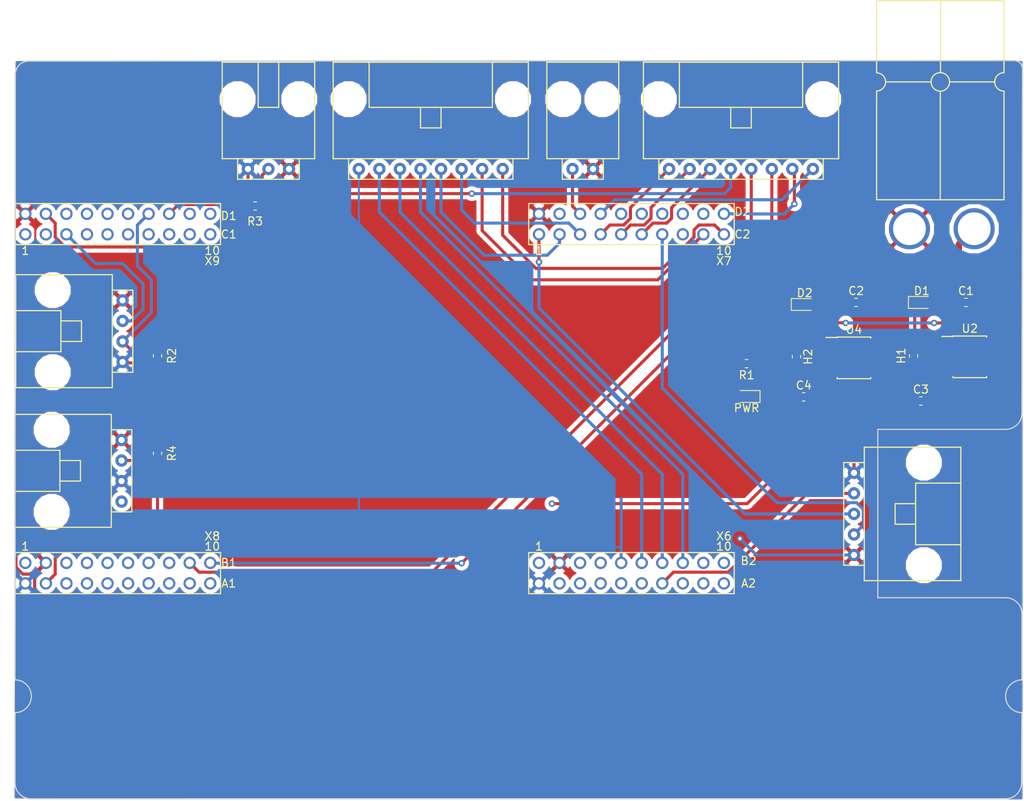
<source format=kicad_pcb>
(kicad_pcb (version 20171130) (host pcbnew "(5.0.0)")
  (layers (0 F.Cu signal) (31 B.Cu signal) (34 B.Paste user) (35 F.Paste user) (36 B.SilkS user) (37 F.SilkS user) (38 B.Mask user) (39 F.Mask user) (44 Edge.Cuts user))
  (net 0 "")
  (net 1 GND)
  (net 2 +5V)
  (net 3 +3V3)
  (net 4 Soil_Data)
  (net 5 Soil_Sck)
  (net 6 Atm_Dout)
  (net 7 Methane_Vout)
  (net 8 "Net-(PWR1-Pad2)")
  (net 9 "Net-(U1-PadPE1)")
  (net 10 "Net-(U1-PadPE2)")
  (net 11 "Net-(U1-PadPE3)")
  (net 12 "Net-(U1-PadPD7)")
  (net 13 "Net-(U1-PadPA6)")
  (net 14 "Net-(U1-PadPC4)")
  (net 15 "Net-(U1-PadPC5)")
  (net 16 "Net-(U1-PadPC6)")
  (net 17 "Net-(U1-PadPE5)")
  (net 18 "Net-(U1-PadPD3)")
  (net 19 "Net-(U1-PadPC7)")
  (net 20 "Net-(U1-PadPB2)")
  (net 21 "Net-(U1-PadPB3)")
  (net 22 "Net-(U1-PadPF1)")
  (net 23 "Net-(U1-PadPF2)")
  (net 24 "Net-(U1-PadPG0)")
  (net 25 "Net-(U1-PadPL4)")
  (net 26 "Net-(U1-PadPL5)")
  (net 27 "Net-(U1-PadPL0)")
  (net 28 "Net-(U1-PadPL1)")
  (net 29 "Net-(U1-PadPL2)")
  (net 30 "Net-(U1-PadPL3)")
  (net 31 "Net-(U1-PadPH2)")
  (net 32 "Net-(U1-PadPH3)")
  (net 33 "Net-(U1-PadRese)")
  (net 34 "Net-(U1-PadPD1)")
  (net 35 "Net-(U1-PadPN3)")
  (net 36 "Net-(U1-PadPP2)")
  (net 37 Master_CLOCK)
  (net 38 ICG)
  (net 39 Shift_Gate)
  (net 40 TOGGLE)
  (net 41 CS)
  (net 42 SDATA)
  (net 43 SCLK)
  (net 44 "Net-(U1-PadPP3)")
  (net 45 "Net-(U1-PadPA4)")
  (net 46 "Net-(U1-PadPN5)")
  (net 47 "Net-(U1-PadPB4)")
  (net 48 "Net-(U1-PadPB5)")
  (net 49 "Net-(U1-PadPA5)")
  (net 50 "Net-(U1-PadPD2)")
  (net 51 "Net-(U1-PadPP1)")
  (net 52 "Net-(U1-PadPD4)")
  (net 53 "Net-(U1-PadPD5)")
  (net 54 "Net-(U1-PadPP4)")
  (net 55 "Net-(U1-PadPN4)")
  (net 56 "Net-(U1-PadPH1)")
  (net 57 "Net-(U1-PadPM7)")
  (net 58 "Net-(U1-PadPE0)")
  (net 59 "Net-(C1-Pad1)")
  (net 60 "Net-(D1-Pad1)")
  (net 61 "Net-(D2-Pad1)")
  (net 62 Bit14)
  (net 63 Bit13)
  (net 64 Bit12)
  (net 65 Bit11)
  (net 66 Bit10)
  (net 67 Bit9)
  (net 68 Bit8)
  (net 69 Bit7)
  (net 70 Bit0)
  (net 71 Bit1)
  (net 72 Bit2)
  (net 73 Bit3)
  (net 74 Bit4)
  (net 75 Bit5)
  (net 76 Bit6)
  (net 77 AnalogIn)
  (net 78 "Net-(U1-PadPP0)")
  (net 79 "Net-(U1-Pad+5V)")
  (module MRDT_Connectors:MOLEX_SL_08_Horizontal (layer F.Cu) (at 137.668 58.42)
    (fp_text reference Conn7 hide)
    (fp_text value Molex_SL_08)
    (pad 8 thru_hole circle (at 8.89 0) (size 1.524 1.524) (drill 0.762) (layers *.Cu *.Mask) (net 62 Bit14))
    (pad 7 thru_hole circle (at 6.35 0) (size 1.524 1.524) (drill 0.762) (layers *.Cu *.Mask) (net 63 Bit13))
    (pad 6 thru_hole circle (at 3.81 0) (size 1.524 1.524) (drill 0.762) (layers *.Cu *.Mask) (net 64 Bit12))
    (pad "" np_thru_hole circle (at 10.16 -8.636) (size 3.45 3.45) (drill 3.45) (layers *.Cu *.Mask))
    (pad "" np_thru_hole circle (at -10.16 -8.636) (size 3.45 3.45) (drill 3.45) (layers *.Cu *.Mask))
    (pad 5 thru_hole circle (at 1.27 0) (size 1.524 1.524) (drill 0.762) (layers *.Cu *.Mask) (net 65 Bit11))
    (pad 4 thru_hole circle (at -1.27 0) (size 1.524 1.524) (drill 0.762) (layers *.Cu *.Mask) (net 66 Bit10))
    (pad 3 thru_hole circle (at -3.81 0) (size 1.524 1.524) (drill 0.762) (layers *.Cu *.Mask) (net 67 Bit9))
    (pad 2 thru_hole circle (at -6.35 0) (size 1.524 1.524) (drill 0.762) (layers *.Cu *.Mask) (net 68 Bit8))
    (pad 1 thru_hole circle (at -8.89 0) (size 1.524 1.524) (drill 0.762) (layers *.Cu *.Mask) (net 69 Bit7))
  )
  (module MRDT_Connectors:MOLEX_SL_08_Horizontal (layer F.Cu) (at 176.022 58.42)
    (fp_text reference Conn8 hide)
    (fp_text value Molex_SL_08)
    (pad 1 thru_hole circle (at -8.89 0) (size 1.524 1.524) (drill 0.762) (layers *.Cu *.Mask) (net 70 Bit0))
    (pad 2 thru_hole circle (at -6.35 0) (size 1.524 1.524) (drill 0.762) (layers *.Cu *.Mask) (net 71 Bit1))
    (pad 3 thru_hole circle (at -3.81 0) (size 1.524 1.524) (drill 0.762) (layers *.Cu *.Mask) (net 72 Bit2))
    (pad 4 thru_hole circle (at -1.27 0) (size 1.524 1.524) (drill 0.762) (layers *.Cu *.Mask) (net 73 Bit3))
    (pad 5 thru_hole circle (at 1.27 0) (size 1.524 1.524) (drill 0.762) (layers *.Cu *.Mask) (net 74 Bit4))
    (pad "" np_thru_hole circle (at -10.16 -8.636) (size 3.45 3.45) (drill 3.45) (layers *.Cu *.Mask))
    (pad "" np_thru_hole circle (at 10.16 -8.636) (size 3.45 3.45) (drill 3.45) (layers *.Cu *.Mask))
    (pad 6 thru_hole circle (at 3.81 0) (size 1.524 1.524) (drill 0.762) (layers *.Cu *.Mask) (net 75 Bit5))
    (pad 7 thru_hole circle (at 6.35 0) (size 1.524 1.524) (drill 0.762) (layers *.Cu *.Mask) (net 76 Bit6))
    (pad 8 thru_hole circle (at 8.89 0) (size 1.524 1.524) (drill 0.762) (layers *.Cu *.Mask) (net 77 AnalogIn))
  )
  (module Resistor_SMD:R_0603_1608Metric_Pad1.05x0.95mm_HandSolder (layer F.Cu) (at 103.886 93.599 90)
    (fp_text reference R4 (at 0 1.778 90) (layer F.SilkS))
    (fp_text value 22K)
    (pad 1 smd roundrect (at -0.875 0 90) (size 1.05 0.95) (layers F.Cu F.Paste F.Mask) (net 7 Methane_Vout))
    (pad 2 smd roundrect (at 0.875 0 90) (size 1.05 0.95) (layers F.Cu F.Paste F.Mask) (net 1 GND))
  )
  (module Resistor_SMD:R_0603_1608Metric_Pad1.05x0.95mm_HandSolder (layer F.Cu) (at 103.886 81.534 90)
    (fp_text reference R2 (at 0 1.778 90) (layer F.SilkS))
    (fp_text value 10K)
    (pad 2 smd roundrect (at 0.875 0 90) (size 1.05 0.95) (layers F.Cu F.Paste F.Mask) (net 4 Soil_Data))
    (pad 1 smd roundrect (at -0.875 0 90) (size 1.05 0.95) (layers F.Cu F.Paste F.Mask) (net 3 +3V3))
  )
  (module Resistor_SMD:R_0603_1608Metric_Pad1.05x0.95mm_HandSolder (layer F.Cu) (at 176.716958 82.497263 180)
    (fp_text reference R1 (at 0 -1.43 180) (layer F.SilkS))
    (fp_text value 500)
    (pad 2 smd roundrect (at 0.875 0 180) (size 1.05 0.95) (layers F.Cu F.Paste F.Mask) (net 8 "Net-(PWR1-Pad2)"))
    (pad 1 smd roundrect (at -0.875 0 180) (size 1.05 0.95) (layers F.Cu F.Paste F.Mask) (net 2 +5V))
  )
  (module MRDT_Connectors:MOLEX_SL_04_Horizontal (layer F.Cu) (at 99.568 78.486 90)
    (fp_text reference Conn2 hide)
    (fp_text value "Soil Temp/Moist")
    (pad 1 thru_hole circle (at -3.81 0 90) (size 1.524 1.524) (drill 0.762) (layers *.Cu *.Mask) (net 3 +3V3))
    (pad 2 thru_hole circle (at -1.27 0 90) (size 1.524 1.524) (drill 0.762) (layers *.Cu *.Mask) (net 4 Soil_Data))
    (pad 3 thru_hole circle (at 1.27 0 90) (size 1.524 1.524) (drill 0.762) (layers *.Cu *.Mask) (net 5 Soil_Sck))
    (pad 4 thru_hole circle (at 3.81 0 90) (size 1.524 1.524) (drill 0.762) (layers *.Cu *.Mask) (net 1 GND))
    (pad "" np_thru_hole circle (at -5.08 -8.636 90) (size 3.45 3.45) (drill 3.45) (layers *.Cu *.Mask))
    (pad "" np_thru_hole circle (at 5.08 -8.636 90) (size 3.45 3.45) (drill 3.45) (layers *.Cu *.Mask))
  )
  (module MRDT_Connectors:Anderson_2_Horisontal_Side_by_Side (layer F.Cu) (at 192.786 62.23 270)
    (fp_text reference Conn1 hide)
    (fp_text value AndersonPP)
    (pad 1 thru_hole circle (at 3.5814 -4.063 270) (size 5.08 5.08) (drill 4.06) (layers *.Cu *.Mask F.Paste) (net 1 GND))
    (pad 2 thru_hole circle (at 3.5814 -12.064 270) (size 5.08 5.08) (drill 4.06) (layers *.Cu *.Mask F.Paste) (net 59 "Net-(C1-Pad1)"))
  )
  (module MRDT_Connectors:MOLEX_SL_03_Horizontal (layer F.Cu) (at 117.602 58.42)
    (fp_text reference Conn3 hide)
    (fp_text value "Air Temp/Humid")
    (pad 1 thru_hole circle (at -2.54 0) (size 1.524 1.524) (drill 0.762) (layers *.Cu *.Mask) (net 3 +3V3))
    (pad 2 thru_hole circle (at 0 0) (size 1.524 1.524) (drill 0.762) (layers *.Cu *.Mask) (net 6 Atm_Dout))
    (pad 3 thru_hole circle (at 2.54 0) (size 1.524 1.524) (drill 0.762) (layers *.Cu *.Mask) (net 1 GND))
    (pad "" np_thru_hole circle (at -3.81 -8.636) (size 3.45 3.45) (drill 3.45) (layers *.Cu *.Mask))
    (pad "" np_thru_hole circle (at 3.81 -8.636) (size 3.45 3.45) (drill 3.45) (layers *.Cu *.Mask))
  )
  (module MRDT_Connectors:MOLEX_SL_04_Horizontal (layer F.Cu) (at 99.441 95.758 90)
    (fp_text reference Conn4 hide)
    (fp_text value Methane_Sensor)
    (pad "" np_thru_hole circle (at 5.08 -8.636 90) (size 3.45 3.45) (drill 3.45) (layers *.Cu *.Mask))
    (pad "" np_thru_hole circle (at -5.08 -8.636 90) (size 3.45 3.45) (drill 3.45) (layers *.Cu *.Mask))
    (pad 4 thru_hole circle (at 3.81 0 90) (size 1.524 1.524) (drill 0.762) (layers *.Cu *.Mask) (net 1 GND))
    (pad 3 thru_hole circle (at 1.27 0 90) (size 1.524 1.524) (drill 0.762) (layers *.Cu *.Mask) (net 7 Methane_Vout))
    (pad 2 thru_hole circle (at -1.27 0 90) (size 1.524 1.524) (drill 0.762) (layers *.Cu *.Mask) (net 3 +3V3))
    (pad 1 thru_hole circle (at -3.81 0 90) (size 1.524 1.524) (drill 0.762) (layers *.Cu *.Mask) (net 2 +5V))
  )
  (module MRDT_Connectors:MOLEX_SL_05_Horizontal (layer F.Cu) (at 189.992 101.092 270)
    (fp_text reference Conn5 hide)
    (fp_text value Molex_SL_05)
    (pad 1 thru_hole circle (at -5.08 0 270) (size 1.524 1.524) (drill 0.762) (layers *.Cu *.Mask) (net 3 +3V3))
    (pad 2 thru_hole circle (at -2.54 0 270) (size 1.524 1.524) (drill 0.762) (layers *.Cu *.Mask) (net 37 Master_CLOCK))
    (pad 3 thru_hole circle (at 0 0 270) (size 1.524 1.524) (drill 0.762) (layers *.Cu *.Mask) (net 38 ICG))
    (pad 4 thru_hole circle (at 2.54 0 270) (size 1.524 1.524) (drill 0.762) (layers *.Cu *.Mask) (net 39 Shift_Gate))
    (pad 5 thru_hole circle (at 5.08 0 270) (size 1.524 1.524) (drill 0.762) (layers *.Cu *.Mask) (net 1 GND))
    (pad "" np_thru_hole circle (at -6.35 -8.636 270) (size 3.45 3.45) (drill 3.45) (layers *.Cu *.Mask))
    (pad "" np_thru_hole circle (at 6.35 -8.636 270) (size 3.45 3.45) (drill 3.45) (layers *.Cu *.Mask))
  )
  (module MRDT_Connectors:MOLEX_SL_02_Horizontal (layer F.Cu) (at 156.464 58.42)
    (fp_text reference Conn6 hide)
    (fp_text value UV_LED)
    (pad "" np_thru_hole circle (at -2.415 -8.64) (size 3.45 3.45) (drill 3.45) (layers *.Cu *.Mask))
    (pad 1 thru_hole circle (at -1.27 0) (size 1.524 1.524) (drill 0.762) (layers *.Cu *.Mask) (net 40 TOGGLE))
    (pad 2 thru_hole circle (at 1.27 0) (size 1.524 1.524) (drill 0.762) (layers *.Cu *.Mask) (net 1 GND))
    (pad "" np_thru_hole circle (at 2.413 -8.636) (size 3.45 3.45) (drill 3.45) (layers *.Cu *.Mask))
  )
  (module Diode_SMD:D_0603_1608Metric_Pad1.05x0.95mm_HandSolder (layer F.Cu) (at 198.374 74.93)
    (fp_text reference D1 (at 0 -1.43) (layer F.SilkS))
    (fp_text value D_Schottky)
    (pad 2 smd roundrect (at 0.875 0) (size 1.05 0.95) (layers F.Cu F.Paste F.Mask) (net 1 GND))
    (pad 1 smd roundrect (at -0.875 0) (size 1.05 0.95) (layers F.Cu F.Paste F.Mask) (net 60 "Net-(D1-Pad1)"))
  )
  (module Diode_SMD:D_0603_1608Metric_Pad1.05x0.95mm_HandSolder (layer F.Cu) (at 183.896 75.184)
    (fp_text reference D2 (at 0 -1.43) (layer F.SilkS))
    (fp_text value D_Schottky)
    (pad 1 smd roundrect (at -0.875 0) (size 1.05 0.95) (layers F.Cu F.Paste F.Mask) (net 61 "Net-(D2-Pad1)"))
    (pad 2 smd roundrect (at 0.875 0) (size 1.05 0.95) (layers F.Cu F.Paste F.Mask) (net 1 GND))
  )
  (module Inductor_SMD:L_0603_1608Metric_Pad1.05x0.95mm_HandSolder (layer F.Cu) (at 197.358 81.534 270)
    (fp_text reference H1 (at 0 1.524 270) (layer F.SilkS))
    (fp_text value 47u)
    (pad 1 smd roundrect (at -0.875 0 270) (size 1.05 0.95) (layers F.Cu F.Paste F.Mask) (net 60 "Net-(D1-Pad1)"))
    (pad 2 smd roundrect (at 0.875 0 270) (size 1.05 0.95) (layers F.Cu F.Paste F.Mask) (net 3 +3V3))
  )
  (module Inductor_SMD:L_0603_1608Metric_Pad1.05x0.95mm_HandSolder (layer F.Cu) (at 182.88 81.647 270)
    (fp_text reference H2 (at 0 -1.43 270) (layer F.SilkS))
    (fp_text value 47u)
    (pad 2 smd roundrect (at 0.875 0 270) (size 1.05 0.95) (layers F.Cu F.Paste F.Mask) (net 2 +5V))
    (pad 1 smd roundrect (at -0.875 0 270) (size 1.05 0.95) (layers F.Cu F.Paste F.Mask) (net 61 "Net-(D2-Pad1)"))
  )
  (module Diode_SMD:D_0603_1608Metric_Pad1.05x0.95mm_HandSolder (layer F.Cu) (at 176.716958 86.561263 180)
    (fp_text reference PWR (at 0 -1.43 180) (layer F.SilkS))
    (fp_text value LED)
    (pad 1 smd roundrect (at -0.875 0 180) (size 1.05 0.95) (layers F.Cu F.Paste F.Mask) (net 1 GND))
    (pad 2 smd roundrect (at 0.875 0 180) (size 1.05 0.95) (layers F.Cu F.Paste F.Mask) (net 8 "Net-(PWR1-Pad2)"))
  )
  (module Resistor_SMD:R_0603_1608Metric_Pad1.05x0.95mm_HandSolder (layer F.Cu) (at 115.951 62.992)
    (fp_text reference R3 (at 0 1.905) (layer F.SilkS))
    (fp_text value 10K)
    (pad 1 smd roundrect (at -0.875 0) (size 1.05 0.95) (layers F.Cu F.Paste F.Mask) (net 3 +3V3))
    (pad 2 smd roundrect (at 0.875 0) (size 1.05 0.95) (layers F.Cu F.Paste F.Mask) (net 6 Atm_Dout))
  )
  (module MRDT_Shields:TM4C129E_Launchpad_FULL (layer F.Cu) (at 86.279001 110.955001)
    (fp_text reference U1 hide)
    (fp_text value "Tive Header" hide)
    (fp_text user 1 (at 1.27 -42.418 180) (layer F.SilkS))
    (fp_text user 10 (at 24.384 -42.418 180) (layer F.SilkS))
    (fp_text user 1 (at 1.27 -5.842 180) (layer F.SilkS))
    (fp_text user 10 (at 24.384 -5.842 180) (layer F.SilkS))
    (fp_text user 1 (at 64.77 -42.418 180) (layer F.SilkS))
    (fp_text user 10 (at 87.63 -42.418 180) (layer F.SilkS))
    (fp_text user 10 (at 87.63 -5.842 180) (layer F.SilkS))
    (fp_text user 1 (at 64.77 -5.842 180) (layer F.SilkS))
    (fp_text user X9 (at 24.384 -41.148 180) (layer F.SilkS))
    (fp_text user X8 (at 24.384 -7.112 180) (layer F.SilkS))
    (fp_text user X7 (at 87.63 -41.148 180) (layer F.SilkS))
    (fp_text user X6 (at 87.63 -7.112) (layer F.SilkS))
    (fp_text user C1 (at 26.416 -44.45 180) (layer F.SilkS))
    (fp_text user D1 (at 26.416 -46.736 180) (layer F.SilkS))
    (fp_text user C2 (at 89.916 -44.45 180) (layer F.SilkS))
    (fp_text user D2 (at 89.916 -47.244) (layer F.SilkS))
    (fp_text user B1 (at 26.416 -3.81 180) (layer F.SilkS))
    (fp_text user A1 (at 26.416 -1.27 180) (layer F.SilkS))
    (fp_text user B2 (at 90.678 -4.064 180) (layer F.SilkS))
    (fp_text user A2 (at 90.678 -1.27 180) (layer F.SilkS))
    (pad +3V3 thru_hole circle (at 64.77 -1.27 180) (size 1.52 1.52) (drill 1) (layers *.Cu *.Mask F.Paste) (net 3 +3V3))
    (pad PM6 thru_hole circle (at 87.63 -46.99 180) (size 1.52 1.52) (drill 1) (layers *.Cu *.Mask F.Paste) (net 76 Bit6))
    (pad PQ1 thru_hole circle (at 85.09 -46.99 180) (size 1.52 1.52) (drill 1) (layers *.Cu *.Mask F.Paste) (net 41 CS))
    (pad PQ2 thru_hole circle (at 77.47 -46.99 180) (size 1.52 1.52) (drill 1) (layers *.Cu *.Mask F.Paste) (net 42 SDATA))
    (pad PK0 thru_hole circle (at 74.93 -3.81 180) (size 1.52 1.52) (drill 1) (layers *.Cu *.Mask F.Paste) (net 69 Bit7))
    (pad PQ3 thru_hole circle (at 80.01 -46.99 180) (size 1.52 1.52) (drill 1) (layers *.Cu *.Mask F.Paste) (net 43 SCLK))
    (pad PP3 thru_hole circle (at 82.55 -46.99 180) (size 1.52 1.52) (drill 1) (layers *.Cu *.Mask F.Paste) (net 44 "Net-(U1-PadPP3)"))
    (pad PQ0 thru_hole circle (at 80.01 -1.27 180) (size 1.52 1.52) (drill 1) (layers *.Cu *.Mask F.Paste) (net 37 Master_CLOCK))
    (pad PA4 thru_hole circle (at 85.09 -3.81 180) (size 1.52 1.52) (drill 1) (layers *.Cu *.Mask F.Paste) (net 45 "Net-(U1-PadPA4)"))
    (pad Rese thru_hole circle (at 74.93 -46.99 180) (size 1.52 1.52) (drill 1) (layers *.Cu *.Mask F.Paste) (net 33 "Net-(U1-PadRese)"))
    (pad PA7 thru_hole circle (at 72.39 -46.99 180) (size 1.52 1.52) (drill 1) (layers *.Cu *.Mask F.Paste) (net 77 AnalogIn))
    (pad PN5 thru_hole circle (at 85.09 -1.27 180) (size 1.52 1.52) (drill 1) (layers *.Cu *.Mask F.Paste) (net 46 "Net-(U1-PadPN5)"))
    (pad PK2 thru_hole circle (at 80.01 -3.81 180) (size 1.52 1.52) (drill 1) (layers *.Cu *.Mask F.Paste) (net 67 Bit9))
    (pad PK1 thru_hole circle (at 77.47 -3.81 180) (size 1.52 1.52) (drill 1) (layers *.Cu *.Mask F.Paste) (net 68 Bit8))
    (pad +5V thru_hole circle (at 64.77 -3.81 180) (size 1.52 1.52) (drill 1) (layers *.Cu *.Mask F.Paste) (net 79 "Net-(U1-Pad+5V)"))
    (pad GND thru_hole circle (at 67.31 -3.81 180) (size 1.52 1.52) (drill 1) (layers *.Cu *.Mask F.Paste) (net 1 GND))
    (pad PB4 thru_hole circle (at 69.85 -3.81 180) (size 1.52 1.52) (drill 1) (layers *.Cu *.Mask F.Paste) (net 47 "Net-(U1-PadPB4)"))
    (pad PB5 thru_hole circle (at 72.39 -3.81 180) (size 1.52 1.52) (drill 1) (layers *.Cu *.Mask F.Paste) (net 48 "Net-(U1-PadPB5)"))
    (pad PK3 thru_hole circle (at 82.55 -3.81 180) (size 1.52 1.52) (drill 1) (layers *.Cu *.Mask F.Paste) (net 66 Bit10))
    (pad PA5 thru_hole circle (at 87.63 -3.81 180) (size 1.52 1.52) (drill 1) (layers *.Cu *.Mask F.Paste) (net 49 "Net-(U1-PadPA5)"))
    (pad PD2 thru_hole circle (at 67.31 -1.27 180) (size 1.52 1.52) (drill 1) (layers *.Cu *.Mask F.Paste) (net 50 "Net-(U1-PadPD2)"))
    (pad PP0 thru_hole circle (at 69.85 -1.27 180) (size 1.52 1.52) (drill 1) (layers *.Cu *.Mask F.Paste) (net 78 "Net-(U1-PadPP0)"))
    (pad PP1 thru_hole circle (at 72.39 -1.27 180) (size 1.52 1.52) (drill 1) (layers *.Cu *.Mask F.Paste) (net 51 "Net-(U1-PadPP1)"))
    (pad PD4 thru_hole circle (at 74.93 -1.27 180) (size 1.52 1.52) (drill 1) (layers *.Cu *.Mask F.Paste) (net 52 "Net-(U1-PadPD4)"))
    (pad PD5 thru_hole circle (at 77.47 -1.27 180) (size 1.52 1.52) (drill 1) (layers *.Cu *.Mask F.Paste) (net 53 "Net-(U1-PadPD5)"))
    (pad PP4 thru_hole circle (at 82.55 -1.27 180) (size 1.52 1.52) (drill 1) (layers *.Cu *.Mask F.Paste) (net 54 "Net-(U1-PadPP4)"))
    (pad PN4 thru_hole circle (at 87.63 -1.27 180) (size 1.52 1.52) (drill 1) (layers *.Cu *.Mask F.Paste) (net 55 "Net-(U1-PadPN4)"))
    (pad PG1 thru_hole circle (at 64.77 -44.45 180) (size 1.52 1.52) (drill 1) (layers *.Cu *.Mask F.Paste) (net 38 ICG))
    (pad PK4 thru_hole circle (at 67.31 -44.45 180) (size 1.52 1.52) (drill 1) (layers *.Cu *.Mask F.Paste) (net 65 Bit11))
    (pad PK5 thru_hole circle (at 69.85 -44.45 180) (size 1.52 1.52) (drill 1) (layers *.Cu *.Mask F.Paste) (net 64 Bit12))
    (pad PM0 thru_hole circle (at 72.39 -44.45 180) (size 1.52 1.52) (drill 1) (layers *.Cu *.Mask F.Paste) (net 70 Bit0))
    (pad PM1 thru_hole circle (at 74.93 -44.45 180) (size 1.52 1.52) (drill 1) (layers *.Cu *.Mask F.Paste) (net 71 Bit1))
    (pad PM2 thru_hole circle (at 77.47 -44.45 180) (size 1.52 1.52) (drill 1) (layers *.Cu *.Mask F.Paste) (net 72 Bit2))
    (pad PH0 thru_hole circle (at 80.01 -44.45 180) (size 1.52 1.52) (drill 1) (layers *.Cu *.Mask F.Paste) (net 39 Shift_Gate))
    (pad PH1 thru_hole circle (at 82.55 -44.45 180) (size 1.52 1.52) (drill 1) (layers *.Cu *.Mask F.Paste) (net 56 "Net-(U1-PadPH1)"))
    (pad PK6 thru_hole circle (at 85.09 -44.45 180) (size 1.52 1.52) (drill 1) (layers *.Cu *.Mask F.Paste) (net 63 Bit13))
    (pad PK7 thru_hole circle (at 87.63 -44.45 180) (size 1.52 1.52) (drill 1) (layers *.Cu *.Mask F.Paste) (net 62 Bit14))
    (pad GND thru_hole circle (at 64.77 -46.99 180) (size 1.52 1.52) (drill 1) (layers *.Cu *.Mask F.Paste) (net 1 GND))
    (pad PM7 thru_hole circle (at 67.31 -46.99 180) (size 1.52 1.52) (drill 1) (layers *.Cu *.Mask F.Paste) (net 57 "Net-(U1-PadPM7)"))
    (pad PP5 thru_hole circle (at 69.85 -46.99 180) (size 1.52 1.52) (drill 1) (layers *.Cu *.Mask F.Paste) (net 40 TOGGLE))
    (pad +5V thru_hole circle (at 1.27 -3.81 180) (size 1.52 1.52) (drill 1) (layers *.Cu *.Mask F.Paste) (net 79 "Net-(U1-Pad+5V)"))
    (pad GND thru_hole circle (at 3.81 -3.81 180) (size 1.52 1.52) (drill 1) (layers *.Cu *.Mask F.Paste) (net 1 GND))
    (pad PE0 thru_hole circle (at 6.35 -3.81 180) (size 1.52 1.52) (drill 1) (layers *.Cu *.Mask F.Paste) (net 58 "Net-(U1-PadPE0)"))
    (pad PE1 thru_hole circle (at 8.89 -3.81 180) (size 1.52 1.52) (drill 1) (layers *.Cu *.Mask F.Paste) (net 9 "Net-(U1-PadPE1)"))
    (pad PE2 thru_hole circle (at 11.43 -3.81 180) (size 1.52 1.52) (drill 1) (layers *.Cu *.Mask F.Paste) (net 10 "Net-(U1-PadPE2)"))
    (pad PE3 thru_hole circle (at 13.97 -3.81 180) (size 1.52 1.52) (drill 1) (layers *.Cu *.Mask F.Paste) (net 11 "Net-(U1-PadPE3)"))
    (pad PD7 thru_hole circle (at 16.51 -3.81 180) (size 1.52 1.52) (drill 1) (layers *.Cu *.Mask F.Paste) (net 12 "Net-(U1-PadPD7)"))
    (pad PA6 thru_hole circle (at 19.05 -3.81 180) (size 1.52 1.52) (drill 1) (layers *.Cu *.Mask F.Paste) (net 13 "Net-(U1-PadPA6)"))
    (pad PM4 thru_hole circle (at 21.59 -3.81 180) (size 1.52 1.52) (drill 1) (layers *.Cu *.Mask F.Paste) (net 74 Bit4))
    (pad PM5 thru_hole circle (at 24.13 -3.81 180) (size 1.52 1.52) (drill 1) (layers *.Cu *.Mask F.Paste) (net 75 Bit5))
    (pad +3V3 thru_hole circle (at 1.27 -1.27 180) (size 1.52 1.52) (drill 1) (layers *.Cu *.Mask F.Paste) (net 3 +3V3))
    (pad PE4 thru_hole circle (at 3.81 -1.27 180) (size 1.52 1.52) (drill 1) (layers *.Cu *.Mask F.Paste) (net 7 Methane_Vout))
    (pad PC4 thru_hole circle (at 6.35 -1.27 180) (size 1.52 1.52) (drill 1) (layers *.Cu *.Mask F.Paste) (net 14 "Net-(U1-PadPC4)"))
    (pad PC5 thru_hole circle (at 8.89 -1.27 180) (size 1.52 1.52) (drill 1) (layers *.Cu *.Mask F.Paste) (net 15 "Net-(U1-PadPC5)"))
    (pad PC6 thru_hole circle (at 11.43 -1.27 180) (size 1.52 1.52) (drill 1) (layers *.Cu *.Mask F.Paste) (net 16 "Net-(U1-PadPC6)"))
    (pad PE5 thru_hole circle (at 13.97 -1.27 180) (size 1.52 1.52) (drill 1) (layers *.Cu *.Mask F.Paste) (net 17 "Net-(U1-PadPE5)"))
    (pad PD3 thru_hole circle (at 16.51 -1.27 180) (size 1.52 1.52) (drill 1) (layers *.Cu *.Mask F.Paste) (net 18 "Net-(U1-PadPD3)"))
    (pad PC7 thru_hole circle (at 19.05 -1.27 180) (size 1.52 1.52) (drill 1) (layers *.Cu *.Mask F.Paste) (net 19 "Net-(U1-PadPC7)"))
    (pad PB2 thru_hole circle (at 21.59 -1.27 180) (size 1.52 1.52) (drill 1) (layers *.Cu *.Mask F.Paste) (net 20 "Net-(U1-PadPB2)"))
    (pad PB3 thru_hole circle (at 24.13 -1.27 180) (size 1.52 1.52) (drill 1) (layers *.Cu *.Mask F.Paste) (net 21 "Net-(U1-PadPB3)"))
    (pad PF1 thru_hole circle (at 1.27 -44.45 180) (size 1.52 1.52) (drill 1) (layers *.Cu *.Mask F.Paste) (net 22 "Net-(U1-PadPF1)"))
    (pad PF2 thru_hole circle (at 3.81 -44.45 180) (size 1.52 1.52) (drill 1) (layers *.Cu *.Mask F.Paste) (net 23 "Net-(U1-PadPF2)"))
    (pad PF3 thru_hole circle (at 6.35 -44.45 180) (size 1.52 1.52) (drill 1) (layers *.Cu *.Mask F.Paste) (net 5 Soil_Sck))
    (pad PG0 thru_hole circle (at 8.89 -44.45 180) (size 1.52 1.52) (drill 1) (layers *.Cu *.Mask F.Paste) (net 24 "Net-(U1-PadPG0)"))
    (pad PL4 thru_hole circle (at 11.43 -44.45 180) (size 1.52 1.52) (drill 1) (layers *.Cu *.Mask F.Paste) (net 25 "Net-(U1-PadPL4)"))
    (pad PL5 thru_hole circle (at 13.97 -44.45 180) (size 1.52 1.52) (drill 1) (layers *.Cu *.Mask F.Paste) (net 26 "Net-(U1-PadPL5)"))
    (pad PL0 thru_hole circle (at 16.51 -44.45 180) (size 1.52 1.52) (drill 1) (layers *.Cu *.Mask F.Paste) (net 27 "Net-(U1-PadPL0)"))
    (pad PL1 thru_hole circle (at 19.05 -44.45 180) (size 1.52 1.52) (drill 1) (layers *.Cu *.Mask F.Paste) (net 28 "Net-(U1-PadPL1)"))
    (pad PL2 thru_hole circle (at 21.59 -44.45 180) (size 1.52 1.52) (drill 1) (layers *.Cu *.Mask F.Paste) (net 29 "Net-(U1-PadPL2)"))
    (pad PL3 thru_hole circle (at 24.13 -44.45 180) (size 1.52 1.52) (drill 1) (layers *.Cu *.Mask F.Paste) (net 30 "Net-(U1-PadPL3)"))
    (pad GND thru_hole circle (at 1.27 -46.99 180) (size 1.52 1.52) (drill 1) (layers *.Cu *.Mask F.Paste) (net 1 GND))
    (pad PM3 thru_hole circle (at 3.81 -46.99 180) (size 1.52 1.52) (drill 1) (layers *.Cu *.Mask F.Paste) (net 73 Bit3))
    (pad PH2 thru_hole circle (at 6.35 -46.99 180) (size 1.52 1.52) (drill 1) (layers *.Cu *.Mask F.Paste) (net 31 "Net-(U1-PadPH2)"))
    (pad PH3 thru_hole circle (at 8.89 -46.99 180) (size 1.52 1.52) (drill 1) (layers *.Cu *.Mask F.Paste) (net 32 "Net-(U1-PadPH3)"))
    (pad Rese thru_hole circle (at 11.43 -46.99 180) (size 1.52 1.52) (drill 1) (layers *.Cu *.Mask F.Paste) (net 33 "Net-(U1-PadRese)"))
    (pad PD1 thru_hole circle (at 13.97 -46.99 180) (size 1.52 1.52) (drill 1) (layers *.Cu *.Mask F.Paste) (net 34 "Net-(U1-PadPD1)"))
    (pad PD0 thru_hole circle (at 16.51 -46.99 180) (size 1.52 1.52) (drill 1) (layers *.Cu *.Mask F.Paste) (net 4 Soil_Data))
    (pad PN2 thru_hole circle (at 19.05 -46.99 180) (size 1.52 1.52) (drill 1) (layers *.Cu *.Mask F.Paste) (net 6 Atm_Dout))
    (pad PN3 thru_hole circle (at 21.59 -46.99 180) (size 1.52 1.52) (drill 1) (layers *.Cu *.Mask F.Paste) (net 35 "Net-(U1-PadPN3)"))
    (pad PP2 thru_hole circle (at 24.13 -46.99 180) (size 1.52 1.52) (drill 1) (layers *.Cu *.Mask F.Paste) (net 36 "Net-(U1-PadPP2)"))
  )
  (module Package_SO:SOIC-8_3.9x4.9mm_P1.27mm (layer F.Cu) (at 204.31 81.661)
    (fp_text reference U2 (at 0 -3.5) (layer F.SilkS))
    (fp_text value AP1059)
    (pad 1 smd rect (at -2.7 -1.905) (size 1.55 0.6) (layers F.Cu F.Paste F.Mask) (net 59 "Net-(C1-Pad1)"))
    (pad 2 smd rect (at -2.7 -0.635) (size 1.55 0.6) (layers F.Cu F.Paste F.Mask) (net 60 "Net-(D1-Pad1)"))
    (pad 3 smd rect (at -2.7 0.635) (size 1.55 0.6) (layers F.Cu F.Paste F.Mask) (net 3 +3V3))
    (pad 4 smd rect (at -2.7 1.905) (size 1.55 0.6) (layers F.Cu F.Paste F.Mask) (net 1 GND))
    (pad 5 smd rect (at 2.7 1.905) (size 1.55 0.6) (layers F.Cu F.Paste F.Mask) (net 1 GND))
    (pad 6 smd rect (at 2.7 0.635) (size 1.55 0.6) (layers F.Cu F.Paste F.Mask) (net 1 GND))
    (pad 7 smd rect (at 2.7 -0.635) (size 1.55 0.6) (layers F.Cu F.Paste F.Mask) (net 1 GND))
    (pad 8 smd rect (at 2.7 -1.905) (size 1.55 0.6) (layers F.Cu F.Paste F.Mask) (net 1 GND))
  )
  (module Package_SO:SOIC-8_3.9x4.9mm_P1.27mm (layer F.Cu) (at 189.992 81.788)
    (fp_text reference U4 (at 0 -3.5) (layer F.SilkS))
    (fp_text value AP1059)
    (pad 8 smd rect (at 2.7 -1.905) (size 1.55 0.6) (layers F.Cu F.Paste F.Mask) (net 1 GND))
    (pad 7 smd rect (at 2.7 -0.635) (size 1.55 0.6) (layers F.Cu F.Paste F.Mask) (net 1 GND))
    (pad 6 smd rect (at 2.7 0.635) (size 1.55 0.6) (layers F.Cu F.Paste F.Mask) (net 1 GND))
    (pad 5 smd rect (at 2.7 1.905) (size 1.55 0.6) (layers F.Cu F.Paste F.Mask) (net 1 GND))
    (pad 4 smd rect (at -2.7 1.905) (size 1.55 0.6) (layers F.Cu F.Paste F.Mask) (net 1 GND))
    (pad 3 smd rect (at -2.7 0.635) (size 1.55 0.6) (layers F.Cu F.Paste F.Mask) (net 2 +5V))
    (pad 2 smd rect (at -2.7 -0.635) (size 1.55 0.6) (layers F.Cu F.Paste F.Mask) (net 61 "Net-(D2-Pad1)"))
    (pad 1 smd rect (at -2.7 -1.905) (size 1.55 0.6) (layers F.Cu F.Paste F.Mask) (net 59 "Net-(C1-Pad1)"))
  )
  (module Capacitor_SMD:C_0603_1608Metric_Pad1.05x0.95mm_HandSolder (layer F.Cu) (at 190.26 74.93)
    (fp_text reference C2 (at 0 -1.43) (layer F.SilkS))
    (fp_text value 10u)
    (pad 1 smd roundrect (at -0.875 0) (size 1.05 0.95) (layers F.Cu F.Paste F.Mask) (net 59 "Net-(C1-Pad1)"))
    (pad 2 smd roundrect (at 0.875 0) (size 1.05 0.95) (layers F.Cu F.Paste F.Mask) (net 1 GND))
  )
  (module Capacitor_SMD:C_0603_1608Metric_Pad1.05x0.95mm_HandSolder (layer F.Cu) (at 203.835 74.93)
    (fp_text reference C1 (at 0 -1.43) (layer F.SilkS))
    (fp_text value 10u)
    (pad 1 smd roundrect (at -0.875 0) (size 1.05 0.95) (layers F.Cu F.Paste F.Mask) (net 59 "Net-(C1-Pad1)"))
    (pad 2 smd roundrect (at 0.875 0) (size 1.05 0.95) (layers F.Cu F.Paste F.Mask) (net 1 GND))
  )
  (module Capacitor_SMD:C_0603_1608Metric_Pad1.05x0.95mm_HandSolder (layer F.Cu) (at 198.261 87.122)
    (fp_text reference C3 (at 0 -1.43) (layer F.SilkS))
    (fp_text value 10u)
    (pad 1 smd roundrect (at -0.875 0) (size 1.05 0.95) (layers F.Cu F.Paste F.Mask) (net 3 +3V3))
    (pad 2 smd roundrect (at 0.875 0) (size 1.05 0.95) (layers F.Cu F.Paste F.Mask) (net 1 GND))
  )
  (module Capacitor_SMD:C_0603_1608Metric_Pad1.05x0.95mm_HandSolder (layer F.Cu) (at 183.783 86.614)
    (fp_text reference C4 (at 0 -1.43) (layer F.SilkS))
    (fp_text value 10u)
    (pad 1 smd roundrect (at -0.875 0) (size 1.05 0.95) (layers F.Cu F.Paste F.Mask) (net 2 +5V))
    (pad 2 smd roundrect (at 0.875 0) (size 1.05 0.95) (layers F.Cu F.Paste F.Mask) (net 1 GND))
  )
  (gr_line (start 210.82 46.0248) (end 210.7692 88.646) (layer Edge.Cuts) (width 0.15))
  (gr_line (start 87.9856 45.0596) (end 209.804 45.0088) (layer Edge.Cuts) (width 0.15))
  (gr_arc (start 209.804 46.0248) (end 210.82 46.0248) (angle -90) (layer Edge.Cuts) (width 0.15))
  (gr_line (start 86.2584 121.6152) (end 86.3092 46.736) (layer Edge.Cuts) (width 0.15))
  (gr_arc (start 87.9856 46.736) (end 87.9856 45.0596) (angle -90) (layer Edge.Cuts) (width 0.15))
  (gr_line (start 86.2584 134.3152) (end 86.2584 125.6792) (layer Edge.Cuts) (width 0.15))
  (gr_line (start 208.6864 136.3472) (end 88.2904 136.3472) (layer Edge.Cuts) (width 0.15))
  (gr_line (start 210.7692 113.4872) (end 210.7692 121.6152) (layer Edge.Cuts) (width 0.15))
  (gr_line (start 208.6356 111.4552) (end 208.7372 111.4552) (layer Edge.Cuts) (width 0.15))
  (gr_line (start 192.9384 111.4552) (end 208.6356 111.4552) (layer Edge.Cuts) (width 0.15))
  (gr_line (start 192.9384 90.6272) (end 192.9384 111.4552) (layer Edge.Cuts) (width 0.15))
  (gr_line (start 208.7372 90.6272) (end 192.9384 90.6272) (layer Edge.Cuts) (width 0.15))
  (gr_arc (start 208.7372 88.5952) (end 208.7372 90.6272) (angle -90) (layer Edge.Cuts) (width 0.15))
  (gr_arc (start 86.2584 123.6472) (end 86.2584 125.6792) (angle -180) (layer Edge.Cuts) (width 0.15))
  (gr_arc (start 88.2904 134.3152) (end 86.2584 134.3152) (angle -90) (layer Edge.Cuts) (width 0.15))
  (gr_arc (start 208.7372 113.4872) (end 210.7692 113.4872) (angle -90) (layer Edge.Cuts) (width 0.15))
  (gr_arc (start 208.6864 134.3152) (end 208.6864 136.3472) (angle -90) (layer Edge.Cuts) (width 0.15))
  (gr_arc (start 210.7692 123.6472) (end 210.7692 121.6152) (angle -180) (layer Edge.Cuts) (width 0.15))
  (gr_line (start 210.7184 134.3152) (end 210.7692 125.6792) (layer Edge.Cuts) (width 0.15))
  (segment (start 87.549001 63.965001) (end 88.773 65.189) (width 0.25) (layer F.Cu) (net 1))
  (segment (start 88.773 65.189) (end 88.773 68.834) (width 0.25) (layer F.Cu) (net 1))
  (segment (start 88.699502 108.5345) (end 88.699502 112.341498) (width 0.381) (layer F.Cu) (net 1))
  (segment (start 90.089001 107.145001) (end 88.699502 108.5345) (width 0.381) (layer F.Cu) (net 1))
  (segment (start 86.3985 107.697242) (end 86.3985 105.7525) (width 0.381) (layer F.Cu) (net 1))
  (segment (start 88.699502 108.5345) (end 87.235758 108.5345) (width 0.381) (layer F.Cu) (net 1))
  (segment (start 87.235758 108.5345) (end 86.3985 107.697242) (width 0.381) (layer F.Cu) (net 1))
  (segment (start 189.992 106.172) (end 177.927 106.172) (width 0.381) (layer B.Cu) (net 1))
  (via (at 175.895 104.14) (size 0.8) (drill 0.4) (layers F.Cu B.Cu) (net 1))
  (segment (start 177.927 106.172) (end 175.895 104.14) (width 0.381) (layer B.Cu) (net 1))
  (segment (start 175.895 104.14) (end 174.625 104.14) (width 0.381) (layer F.Cu) (net 1))
  (segment (start 187.193 82.522) (end 187.292 82.423) (width 0.381) (layer F.Cu) (net 2))
  (segment (start 182.88 82.522) (end 187.193 82.522) (width 0.381) (layer F.Cu) (net 2))
  (segment (start 177.616695 82.522) (end 177.591958 82.497263) (width 0.381) (layer F.Cu) (net 2))
  (segment (start 182.88 82.522) (end 177.616695 82.522) (width 0.381) (layer F.Cu) (net 2))
  (segment (start 182.88 86.586) (end 182.908 86.614) (width 0.381) (layer F.Cu) (net 2))
  (segment (start 182.88 82.522) (end 182.88 86.586) (width 0.381) (layer F.Cu) (net 2))
  (segment (start 182.908 86.614) (end 182.908 89.888) (width 0.381) (layer F.Cu) (net 2))
  (segment (start 182.908 89.888) (end 182.88 89.916) (width 0.381) (layer F.Cu) (net 2))
  (segment (start 182.88 89.916) (end 182.88 92.964) (width 0.381) (layer F.Cu) (net 2))
  (segment (start 182.88 92.964) (end 182.88 93.726) (width 0.381) (layer F.Cu) (net 2))
  (segment (start 99.695 99.822) (end 99.441 99.568) (width 0.381) (layer B.Cu) (net 2))
  (segment (start 182.88 93.726) (end 176.784 99.822) (width 0.381) (layer F.Cu) (net 2))
  (segment (start 176.784 99.822) (end 152.654 99.822) (width 0.381) (layer F.Cu) (net 2))
  (via (at 152.654 99.822) (size 0.8) (drill 0.4) (layers F.Cu B.Cu) (net 2))
  (segment (start 115.076 58.434) (end 115.062 58.42) (width 0.381) (layer F.Cu) (net 3))
  (segment (start 115.076 62.865) (end 115.076 58.434) (width 0.381) (layer F.Cu) (net 3))
  (segment (start 99.681 82.409) (end 99.568 82.296) (width 0.381) (layer F.Cu) (net 3))
  (segment (start 103.886 82.409) (end 99.681 82.409) (width 0.381) (layer F.Cu) (net 3))
  (segment (start 197.471 82.296) (end 197.358 82.409) (width 0.381) (layer F.Cu) (net 3))
  (segment (start 201.61 82.296) (end 197.471 82.296) (width 0.381) (layer F.Cu) (net 3))
  (segment (start 197.358 87.094) (end 197.386 87.122) (width 0.381) (layer F.Cu) (net 3))
  (segment (start 197.358 82.409) (end 197.358 87.094) (width 0.381) (layer F.Cu) (net 3))
  (segment (start 192.278 87.122) (end 189.992 89.408) (width 0.381) (layer F.Cu) (net 3))
  (segment (start 189.992 89.408) (end 189.992 96.012) (width 0.381) (layer F.Cu) (net 3))
  (segment (start 197.386 87.122) (end 192.278 87.122) (width 0.381) (layer F.Cu) (net 3))
  (segment (start 100.471 80.659) (end 99.568 79.756) (width 0.381) (layer F.Cu) (net 4))
  (segment (start 103.886 80.659) (end 100.471 80.659) (width 0.381) (layer F.Cu) (net 4))
  (segment (start 99.568 79.756) (end 103.124 76.2) (width 0.381) (layer B.Cu) (net 4))
  (segment (start 103.124 76.2) (end 103.124 72.136) (width 0.381) (layer B.Cu) (net 4))
  (segment (start 102.029002 64.725) (end 102.789001 63.965001) (width 0.381) (layer B.Cu) (net 4))
  (segment (start 101.399502 65.3545) (end 102.029002 64.725) (width 0.381) (layer B.Cu) (net 4))
  (segment (start 101.399502 70.411502) (end 101.399502 65.3545) (width 0.381) (layer B.Cu) (net 4))
  (segment (start 103.124 72.136) (end 101.399502 70.411502) (width 0.381) (layer B.Cu) (net 4))
  (segment (start 100.64563 77.216) (end 102.108 75.75363) (width 0.381) (layer B.Cu) (net 5))
  (segment (start 99.568 77.216) (end 100.64563 77.216) (width 0.381) (layer B.Cu) (net 5))
  (segment (start 96.228 70.104) (end 99.568 70.104) (width 0.381) (layer B.Cu) (net 5))
  (segment (start 92.629001 66.505001) (end 96.228 70.104) (width 0.381) (layer B.Cu) (net 5))
  (segment (start 102.108 72.644) (end 102.108 75.75363) (width 0.381) (layer B.Cu) (net 5))
  (segment (start 99.568 70.104) (end 102.108 72.644) (width 0.381) (layer B.Cu) (net 5))
  (segment (start 116.826 59.196) (end 117.602 58.42) (width 0.381) (layer F.Cu) (net 6))
  (segment (start 116.826 62.865) (end 116.826 59.196) (width 0.381) (layer F.Cu) (net 6))
  (segment (start 115.556 64.262) (end 116.826 62.992) (width 0.381) (layer F.Cu) (net 6))
  (segment (start 113.538 64.262) (end 115.556 64.262) (width 0.381) (layer F.Cu) (net 6))
  (segment (start 112.0905 62.8145) (end 113.538 64.262) (width 0.381) (layer F.Cu) (net 6))
  (segment (start 105.329001 63.965001) (end 106.479502 62.8145) (width 0.381) (layer F.Cu) (net 6))
  (segment (start 106.479502 62.8145) (end 112.0905 62.8145) (width 0.381) (layer F.Cu) (net 6))
  (segment (start 99.455 94.474) (end 99.441 94.488) (width 0.381) (layer F.Cu) (net 7))
  (segment (start 103.886 94.474) (end 99.455 94.474) (width 0.381) (layer F.Cu) (net 7))
  (segment (start 90.849 108.925002) (end 90.089001 109.685001) (width 0.381) (layer F.Cu) (net 7))
  (segment (start 103.886 94.474) (end 103.886 102.87) (width 0.381) (layer F.Cu) (net 7))
  (segment (start 103.886 102.87) (end 101.6 105.156) (width 0.381) (layer F.Cu) (net 7))
  (segment (start 101.6 105.156) (end 92.676262 105.156) (width 0.381) (layer F.Cu) (net 7))
  (segment (start 92.676262 105.156) (end 91.239502 106.59276) (width 0.381) (layer F.Cu) (net 7))
  (segment (start 91.239502 106.59276) (end 91.239502 108.5345) (width 0.381) (layer F.Cu) (net 7))
  (segment (start 91.239502 108.5345) (end 90.849 108.925002) (width 0.381) (layer F.Cu) (net 7))
  (segment (start 175.841958 83.072263) (end 175.841958 86.561263) (width 0.381) (layer F.Cu) (net 8))
  (segment (start 175.841958 82.497263) (end 175.841958 83.072263) (width 0.381) (layer F.Cu) (net 8))
  (segment (start 167.049 108.925002) (end 166.289001 109.685001) (width 0.381) (layer F.Cu) (net 37))
  (segment (start 174.461242 108.295502) (end 167.6785 108.295502) (width 0.381) (layer F.Cu) (net 37))
  (segment (start 167.6785 108.295502) (end 167.049 108.925002) (width 0.381) (layer F.Cu) (net 37))
  (segment (start 184.204744 98.552) (end 174.461242 108.295502) (width 0.381) (layer F.Cu) (net 37))
  (segment (start 189.992 98.552) (end 184.204744 98.552) (width 0.381) (layer F.Cu) (net 37))
  (segment (start 179.324 101.092) (end 189.992 101.092) (width 0.381) (layer B.Cu) (net 38))
  (segment (start 177.8 101.092) (end 177.8 101.092) (width 0.381) (layer B.Cu) (net 38))
  (segment (start 151.049001 66.505001) (end 151.049001 69.930999) (width 0.381) (layer F.Cu) (net 38))
  (via (at 151.049001 69.930999) (size 0.8) (drill 0.4) (layers F.Cu B.Cu) (net 38))
  (segment (start 151.049001 69.930999) (end 151.049001 75.611001) (width 0.381) (layer B.Cu) (net 38))
  (segment (start 176.53 101.092) (end 178.054 101.092) (width 0.381) (layer B.Cu) (net 38))
  (segment (start 151.049001 75.611001) (end 176.53 101.092) (width 0.381) (layer B.Cu) (net 38))
  (segment (start 177.8 101.092) (end 178.054 101.092) (width 0.381) (layer B.Cu) (net 38))
  (segment (start 178.054 101.092) (end 179.324 101.092) (width 0.381) (layer B.Cu) (net 38))
  (segment (start 190.310203 99.704501) (end 180.476501 99.704501) (width 0.381) (layer B.Cu) (net 39))
  (segment (start 191.144501 100.538799) (end 190.310203 99.704501) (width 0.381) (layer B.Cu) (net 39))
  (segment (start 189.992 103.632) (end 191.144501 102.479499) (width 0.381) (layer B.Cu) (net 39))
  (segment (start 191.144501 102.479499) (end 191.144501 100.538799) (width 0.381) (layer B.Cu) (net 39))
  (segment (start 166.289001 85.517001) (end 166.289001 66.505001) (width 0.381) (layer B.Cu) (net 39))
  (segment (start 180.476501 99.704501) (end 166.289001 85.517001) (width 0.381) (layer B.Cu) (net 39))
  (segment (start 156.21 63.884002) (end 156.129001 63.965001) (width 0.381) (layer F.Cu) (net 40))
  (segment (start 155.659001 63.965001) (end 156.129001 63.965001) (width 0.381) (layer F.Cu) (net 40))
  (segment (start 155.194 63.03) (end 156.129001 63.965001) (width 0.381) (layer F.Cu) (net 40))
  (segment (start 155.194 58.42) (end 155.194 63.03) (width 0.381) (layer F.Cu) (net 40))
  (segment (start 202.565 79.723) (end 202.532 79.756) (width 0.381) (layer F.Cu) (net 59))
  (segment (start 187.292 77.449) (end 187.292 79.883) (width 0.381) (layer F.Cu) (net 59))
  (segment (start 201.61 76.012) (end 202.565 75.057) (width 0.381) (layer F.Cu) (net 59))
  (via (at 188.976 77.47) (size 0.8) (drill 0.4) (layers F.Cu B.Cu) (net 59))
  (segment (start 187.292 77.449) (end 188.955 77.449) (width 0.381) (layer F.Cu) (net 59))
  (segment (start 188.955 77.449) (end 188.976 77.47) (width 0.381) (layer F.Cu) (net 59))
  (via (at 199.898 77.47) (size 0.8) (drill 0.4) (layers F.Cu B.Cu) (net 59))
  (segment (start 188.976 77.47) (end 199.898 77.47) (width 0.381) (layer B.Cu) (net 59))
  (segment (start 199.898 77.47) (end 201.61 77.47) (width 0.381) (layer F.Cu) (net 59))
  (segment (start 201.61 79.756) (end 201.61 77.47) (width 0.381) (layer F.Cu) (net 59))
  (segment (start 201.61 77.47) (end 201.61 76.012) (width 0.381) (layer F.Cu) (net 59))
  (segment (start 187.292 77.023) (end 189.385 74.93) (width 0.381) (layer F.Cu) (net 59))
  (segment (start 187.292 77.449) (end 187.292 77.023) (width 0.381) (layer F.Cu) (net 59))
  (segment (start 202.96 67.7014) (end 204.85 65.8114) (width 0.762) (layer F.Cu) (net 59))
  (segment (start 202.96 74.93) (end 202.96 67.7014) (width 0.762) (layer F.Cu) (net 59))
  (segment (start 197.499 80.518) (end 197.358 80.659) (width 0.381) (layer F.Cu) (net 60))
  (segment (start 197.499 74.93) (end 197.499 80.518) (width 0.381) (layer F.Cu) (net 60))
  (segment (start 197.725 81.026) (end 197.358 80.659) (width 0.381) (layer F.Cu) (net 60))
  (segment (start 201.61 81.026) (end 197.725 81.026) (width 0.381) (layer F.Cu) (net 60))
  (segment (start 182.9165 80.4135) (end 182.88 80.377) (width 0.381) (layer F.Cu) (net 61))
  (segment (start 183.021 80.631) (end 182.88 80.772) (width 0.381) (layer F.Cu) (net 61))
  (segment (start 183.021 75.184) (end 183.021 80.631) (width 0.381) (layer F.Cu) (net 61))
  (segment (start 183.261 81.153) (end 182.88 80.772) (width 0.381) (layer F.Cu) (net 61))
  (segment (start 187.292 81.153) (end 183.261 81.153) (width 0.381) (layer F.Cu) (net 61))
  (segment (start 173.149002 65.745002) (end 173.909001 66.505001) (width 0.381) (layer F.Cu) (net 62))
  (segment (start 172.7585 65.3545) (end 173.149002 65.745002) (width 0.381) (layer F.Cu) (net 62))
  (segment (start 170.81676 65.3545) (end 172.7585 65.3545) (width 0.381) (layer F.Cu) (net 62))
  (segment (start 170.2185 65.95276) (end 170.81676 65.3545) (width 0.381) (layer F.Cu) (net 62))
  (segment (start 170.2185 66.83383) (end 170.2185 65.95276) (width 0.381) (layer F.Cu) (net 62))
  (segment (start 166.33083 70.7215) (end 170.2185 66.83383) (width 0.381) (layer F.Cu) (net 62))
  (segment (start 150.66956 70.7215) (end 166.33083 70.7215) (width 0.381) (layer F.Cu) (net 62))
  (segment (start 146.558 66.60994) (end 150.66956 70.7215) (width 0.381) (layer F.Cu) (net 62))
  (segment (start 146.558 58.42) (end 146.558 66.60994) (width 0.381) (layer F.Cu) (net 62))
  (segment (start 165.738002 72.136) (end 171.369001 66.505001) (width 0.381) (layer F.Cu) (net 63))
  (segment (start 150.114 72.136) (end 165.738002 72.136) (width 0.381) (layer F.Cu) (net 63))
  (segment (start 144.018 58.42) (end 144.018 66.04) (width 0.381) (layer F.Cu) (net 63))
  (segment (start 144.018 66.04) (end 150.114 72.136) (width 0.381) (layer F.Cu) (net 63))
  (segment (start 141.478 58.42) (end 141.478 59.49763) (width 0.381) (layer B.Cu) (net 64))
  (segment (start 141.478 59.49763) (end 141.478 63.5) (width 0.381) (layer B.Cu) (net 64))
  (segment (start 143.093502 65.115502) (end 141.478 63.5) (width 0.381) (layer B.Cu) (net 64))
  (segment (start 154.739502 65.115502) (end 143.093502 65.115502) (width 0.381) (layer B.Cu) (net 64))
  (segment (start 156.129001 66.505001) (end 154.739502 65.115502) (width 0.381) (layer B.Cu) (net 64))
  (segment (start 138.938 58.42) (end 138.938 63.754) (width 0.381) (layer B.Cu) (net 65))
  (segment (start 153.589001 67.579803) (end 152.080804 69.088) (width 0.381) (layer B.Cu) (net 65))
  (segment (start 153.589001 66.505001) (end 153.589001 67.579803) (width 0.381) (layer B.Cu) (net 65))
  (segment (start 144.272 69.088) (end 143.256 68.072) (width 0.381) (layer B.Cu) (net 65))
  (segment (start 152.080804 69.088) (end 144.272 69.088) (width 0.381) (layer B.Cu) (net 65))
  (segment (start 138.938 63.754) (end 143.256 68.072) (width 0.381) (layer B.Cu) (net 65))
  (segment (start 143.256 68.072) (end 143.51 68.326) (width 0.381) (layer B.Cu) (net 65))
  (segment (start 168.829001 96.185001) (end 168.829001 107.145001) (width 0.381) (layer B.Cu) (net 66))
  (segment (start 136.398 58.42) (end 136.398 63.754) (width 0.381) (layer B.Cu) (net 66))
  (segment (start 136.398 63.754) (end 168.829001 96.185001) (width 0.381) (layer B.Cu) (net 66))
  (segment (start 166.289001 96.185001) (end 166.289001 97.536) (width 0.381) (layer B.Cu) (net 67))
  (segment (start 133.858 63.754) (end 166.289001 96.185001) (width 0.381) (layer B.Cu) (net 67))
  (segment (start 133.858 58.42) (end 133.858 63.754) (width 0.381) (layer B.Cu) (net 67))
  (segment (start 166.289001 107.145001) (end 166.289001 97.536) (width 0.381) (layer B.Cu) (net 67))
  (segment (start 166.289001 97.536) (end 166.289001 97.201001) (width 0.381) (layer B.Cu) (net 67))
  (segment (start 163.749001 96.185001) (end 163.749001 98.552) (width 0.381) (layer B.Cu) (net 68))
  (segment (start 131.318 63.754) (end 163.749001 96.185001) (width 0.381) (layer B.Cu) (net 68))
  (segment (start 131.318 58.42) (end 131.318 63.754) (width 0.381) (layer B.Cu) (net 68))
  (segment (start 163.749001 98.217001) (end 163.749001 98.552) (width 0.381) (layer B.Cu) (net 68))
  (segment (start 163.749001 98.552) (end 163.749001 107.145001) (width 0.381) (layer B.Cu) (net 68))
  (segment (start 128.778 58.42) (end 128.778 59.49763) (width 0.381) (layer B.Cu) (net 69))
  (segment (start 130.4036 105.2068) (end 161.209001 105.2068) (width 0.25) (layer B.Cu) (net 69))
  (segment (start 128.778 103.5812) (end 130.4036 105.2068) (width 0.25) (layer B.Cu) (net 69))
  (segment (start 161.209001 99.233001) (end 161.209001 105.2068) (width 0.381) (layer B.Cu) (net 69))
  (segment (start 128.778 59.49763) (end 128.778 103.5812) (width 0.25) (layer B.Cu) (net 69))
  (segment (start 161.209001 105.2068) (end 161.209001 107.145001) (width 0.381) (layer B.Cu) (net 69))
  (segment (start 159.429 65.745002) (end 158.669001 66.505001) (width 0.381) (layer F.Cu) (net 70))
  (segment (start 159.819502 65.3545) (end 159.429 65.745002) (width 0.381) (layer F.Cu) (net 70))
  (segment (start 161.522244 65.3545) (end 159.819502 65.3545) (width 0.381) (layer F.Cu) (net 70))
  (segment (start 162.359502 63.192498) (end 162.359502 64.517242) (width 0.381) (layer F.Cu) (net 70))
  (segment (start 162.359502 64.517242) (end 161.522244 65.3545) (width 0.381) (layer F.Cu) (net 70))
  (segment (start 167.132 58.42) (end 162.359502 63.192498) (width 0.381) (layer F.Cu) (net 70))
  (segment (start 161.036 66.678002) (end 161.209001 66.505001) (width 0.381) (layer B.Cu) (net 71))
  (segment (start 161.969 65.745002) (end 161.209001 66.505001) (width 0.381) (layer F.Cu) (net 71))
  (segment (start 162.359502 65.3545) (end 161.969 65.745002) (width 0.381) (layer F.Cu) (net 71))
  (segment (start 164.062244 65.3545) (end 162.359502 65.3545) (width 0.381) (layer F.Cu) (net 71))
  (segment (start 164.899502 64.517242) (end 164.062244 65.3545) (width 0.381) (layer F.Cu) (net 71))
  (segment (start 164.899502 63.192498) (end 164.899502 64.517242) (width 0.381) (layer F.Cu) (net 71))
  (segment (start 169.672 58.42) (end 164.899502 63.192498) (width 0.381) (layer F.Cu) (net 71))
  (segment (start 164.509 65.745002) (end 163.749001 66.505001) (width 0.381) (layer F.Cu) (net 72))
  (segment (start 165.1385 65.115502) (end 164.509 65.745002) (width 0.381) (layer F.Cu) (net 72))
  (segment (start 166.841242 65.115502) (end 165.1385 65.115502) (width 0.381) (layer F.Cu) (net 72))
  (segment (start 167.439502 64.517242) (end 166.841242 65.115502) (width 0.381) (layer F.Cu) (net 72))
  (segment (start 167.439502 63.192498) (end 167.439502 64.517242) (width 0.381) (layer F.Cu) (net 72))
  (segment (start 172.212 58.42) (end 167.439502 63.192498) (width 0.381) (layer F.Cu) (net 72))
  (segment (start 174.752 58.42) (end 174.752 60.706) (width 0.381) (layer B.Cu) (net 73))
  (segment (start 174.752 60.706) (end 173.99 61.468) (width 0.381) (layer B.Cu) (net 73))
  (segment (start 173.99 61.468) (end 147.828 61.468) (width 0.381) (layer B.Cu) (net 73))
  (segment (start 90.849 64.725) (end 90.089001 63.965001) (width 0.381) (layer F.Cu) (net 73))
  (segment (start 125.476 61.468) (end 118.872 68.072) (width 0.381) (layer F.Cu) (net 73))
  (segment (start 118.872 68.072) (end 92.456 68.072) (width 0.381) (layer F.Cu) (net 73))
  (segment (start 91.239502 66.855502) (end 91.239502 65.115502) (width 0.381) (layer F.Cu) (net 73))
  (segment (start 92.456 68.072) (end 91.239502 66.855502) (width 0.381) (layer F.Cu) (net 73))
  (segment (start 91.239502 65.115502) (end 90.849 64.725) (width 0.381) (layer F.Cu) (net 73))
  (via (at 142.748 61.468) (size 0.8) (drill 0.4) (layers F.Cu B.Cu) (net 73))
  (segment (start 147.828 61.468) (end 142.748 61.468) (width 0.381) (layer B.Cu) (net 73))
  (segment (start 142.748 61.468) (end 125.476 61.468) (width 0.381) (layer F.Cu) (net 73))
  (segment (start 108.629 107.905) (end 107.869001 107.145001) (width 0.381) (layer F.Cu) (net 74))
  (segment (start 109.019502 108.295502) (end 108.629 107.905) (width 0.381) (layer F.Cu) (net 74))
  (segment (start 137.830498 108.295502) (end 109.019502 108.295502) (width 0.381) (layer F.Cu) (net 74))
  (segment (start 177.292 68.834) (end 137.830498 108.295502) (width 0.381) (layer F.Cu) (net 74))
  (segment (start 177.292 58.42) (end 177.292 68.834) (width 0.381) (layer F.Cu) (net 74))
  (segment (start 179.832 58.42) (end 179.832 68.58) (width 0.381) (layer F.Cu) (net 75))
  (segment (start 179.832 68.58) (end 179.832 68.834) (width 0.381) (layer F.Cu) (net 75))
  (segment (start 179.832 68.834) (end 176.276 72.39) (width 0.381) (layer F.Cu) (net 75))
  (segment (start 176.276 72.39) (end 163.322 85.344) (width 0.381) (layer F.Cu) (net 75))
  (via (at 141.478 107.188) (size 0.8) (drill 0.4) (layers F.Cu B.Cu) (net 75))
  (segment (start 163.322 85.344) (end 141.478 107.188) (width 0.381) (layer F.Cu) (net 75))
  (segment (start 110.452 107.188) (end 110.409001 107.145001) (width 0.381) (layer B.Cu) (net 75))
  (segment (start 141.478 107.188) (end 110.452 107.188) (width 0.381) (layer B.Cu) (net 75))
  (segment (start 174.983803 63.965001) (end 175.006 63.987198) (width 0.381) (layer B.Cu) (net 76))
  (segment (start 173.909001 63.965001) (end 174.983803 63.965001) (width 0.381) (layer B.Cu) (net 76))
  (segment (start 175.006 63.987198) (end 181.376802 63.987198) (width 0.381) (layer B.Cu) (net 76))
  (via (at 182.626 62.738) (size 0.8) (drill 0.4) (layers F.Cu B.Cu) (net 76))
  (segment (start 181.376802 63.987198) (end 182.626 62.738) (width 0.381) (layer B.Cu) (net 76))
  (segment (start 182.626 58.674) (end 182.372 58.42) (width 0.381) (layer F.Cu) (net 76))
  (segment (start 182.626 62.738) (end 182.626 58.674) (width 0.381) (layer F.Cu) (net 76))
  (segment (start 158.669001 63.965001) (end 160.404002 62.23) (width 0.381) (layer B.Cu) (net 77))
  (segment (start 181.102 62.23) (end 184.912 58.42) (width 0.381) (layer B.Cu) (net 77))
  (segment (start 160.404002 62.23) (end 181.102 62.23) (width 0.381) (layer B.Cu) (net 77))
  (zone (net 1) (net_name GND) (layer F.Cu) (connect_pads (clearance 0.508)) (min_thickness 0.254) (fill yes (arc_segments 16) (thermal_gap 0.508) (thermal_bridge_width 0.508))
    (polygon (pts (xy 210.82 45.085) (xy 210.82 136.398) (xy 86.233 136.271) (xy 86.36 45.085) (xy 203.835 45.085)))
  )
  (zone (net 3) (net_name +3V3) (layer B.Cu) (connect_pads (clearance 0.508)) (min_thickness 0.254) (fill yes (arc_segments 16) (thermal_gap 0.508) (thermal_bridge_width 0.508))
    (polygon (pts (xy 210.82 45.085) (xy 210.82 136.398) (xy 86.233 136.271) (xy 86.36 45.085)))
  )
)
</source>
